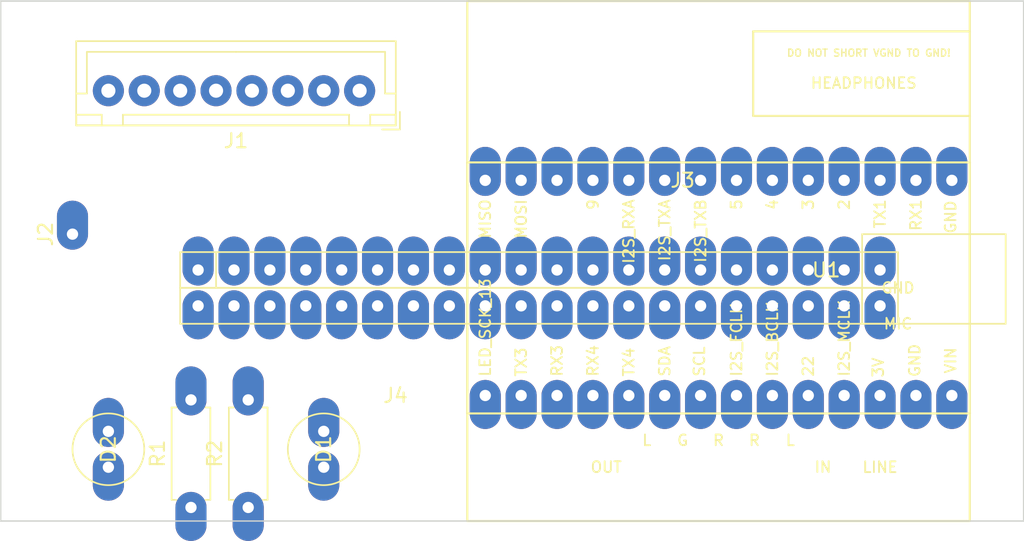
<source format=kicad_pcb>
(kicad_pcb (version 20171130) (host pcbnew "(5.1.6)-1")

  (general
    (thickness 1.6)
    (drawings 4)
    (tracks 0)
    (zones 0)
    (modules 9)
    (nets 55)
  )

  (page A4)
  (layers
    (0 F.Cu signal)
    (31 B.Cu signal)
    (32 B.Adhes user)
    (33 F.Adhes user)
    (34 B.Paste user)
    (35 F.Paste user)
    (36 B.SilkS user)
    (37 F.SilkS user)
    (38 B.Mask user)
    (39 F.Mask user)
    (40 Dwgs.User user)
    (41 Cmts.User user)
    (42 Eco1.User user)
    (43 Eco2.User user)
    (44 Edge.Cuts user)
    (45 Margin user)
    (46 B.CrtYd user)
    (47 F.CrtYd user)
    (48 B.Fab user)
    (49 F.Fab user)
  )

  (setup
    (last_trace_width 0.25)
    (user_trace_width 0.3)
    (user_trace_width 1)
    (user_trace_width 1.1)
    (user_trace_width 1.27)
    (user_trace_width 1.5)
    (user_trace_width 2.2)
    (trace_clearance 0.2)
    (zone_clearance 0.508)
    (zone_45_only no)
    (trace_min 0.2)
    (via_size 0.8)
    (via_drill 0.4)
    (via_min_size 0.4)
    (via_min_drill 0.3)
    (user_via 2.2 0.8)
    (uvia_size 0.3)
    (uvia_drill 0.1)
    (uvias_allowed no)
    (uvia_min_size 0.2)
    (uvia_min_drill 0.1)
    (edge_width 0.1)
    (segment_width 0.2)
    (pcb_text_width 0.3)
    (pcb_text_size 1.5 1.5)
    (mod_edge_width 0.15)
    (mod_text_size 1 1)
    (mod_text_width 0.15)
    (pad_size 1.524 1.524)
    (pad_drill 0.762)
    (pad_to_mask_clearance 0)
    (aux_axis_origin 0 0)
    (visible_elements FFFFFF7F)
    (pcbplotparams
      (layerselection 0x010fc_ffffffff)
      (usegerberextensions false)
      (usegerberattributes true)
      (usegerberadvancedattributes true)
      (creategerberjobfile true)
      (excludeedgelayer true)
      (linewidth 0.100000)
      (plotframeref false)
      (viasonmask false)
      (mode 1)
      (useauxorigin false)
      (hpglpennumber 1)
      (hpglpenspeed 20)
      (hpglpendiameter 15.000000)
      (psnegative false)
      (psa4output false)
      (plotreference true)
      (plotvalue true)
      (plotinvisibletext false)
      (padsonsilk false)
      (subtractmaskfromsilk false)
      (outputformat 1)
      (mirror false)
      (drillshape 1)
      (scaleselection 1)
      (outputdirectory ""))
  )

  (net 0 "")
  (net 1 GND)
  (net 2 "Net-(D1-Pad2)")
  (net 3 "Net-(D2-Pad2)")
  (net 4 RPI_SCLK)
  (net 5 RPI_MISO)
  (net 6 RPI_MOSI)
  (net 7 RPI_CD)
  (net 8 RPI_TOUCH_CS)
  (net 9 RPI_LED_CS)
  (net 10 +5V)
  (net 11 RPI_RUN)
  (net 12 "Net-(J3-Pad2)")
  (net 13 I2S_FCLK)
  (net 14 "Net-(J3-Pad4)")
  (net 15 "Net-(J3-Pad5)")
  (net 16 "Net-(J3-Pad6)")
  (net 17 "Net-(J3-Pad7)")
  (net 18 "Net-(J3-Pad12)")
  (net 19 "Net-(J3-Pad13)")
  (net 20 "Net-(J3-Pad14)")
  (net 21 I2S_MCLK)
  (net 22 SCL)
  (net 23 SDA)
  (net 24 +3V3)
  (net 25 I2S_TX)
  (net 26 I2S_RX)
  (net 27 RPI_READY)
  (net 28 RPI_I2S_TX_ACTIVE)
  (net 29 "Net-(J4-Pad14)")
  (net 30 RPI_I2S_RX_ACTIVE)
  (net 31 "Net-(J4-Pad9)")
  (net 32 "Net-(J4-Pad8)")
  (net 33 I2S_BCLK)
  (net 34 RPI_RX)
  (net 35 RPI_TX)
  (net 36 "Net-(U1-Pad1)")
  (net 37 "Net-(U1-Pad2)")
  (net 38 "Net-(U1-Pad3)")
  (net 39 "Net-(U1-Pad4)")
  (net 40 "Net-(U1-Pad5)")
  (net 41 "Net-(U1-Pad6)")
  (net 42 "Net-(U1-Pad7)")
  (net 43 "Net-(U1-Pad8)")
  (net 44 "Net-(U1-Pad11)")
  (net 45 "Net-(U1-Pad12)")
  (net 46 "Net-(U1-Pad13)")
  (net 47 "Net-(U1-Pad14)")
  (net 48 "Net-(U1-Pad15)")
  (net 49 "Net-(U1-Pad16)")
  (net 50 "Net-(U1-Pad17)")
  (net 51 "Net-(U1-Pad18)")
  (net 52 "Net-(U1-Pad19)")
  (net 53 "Net-(U1-Pad24)")
  (net 54 "Net-(U1-Pad28)")

  (net_class Default "This is the default net class."
    (clearance 0.2)
    (trace_width 0.25)
    (via_dia 0.8)
    (via_drill 0.4)
    (uvia_dia 0.3)
    (uvia_drill 0.1)
    (add_net +3V3)
    (add_net +5V)
    (add_net GND)
    (add_net I2S_BCLK)
    (add_net I2S_FCLK)
    (add_net I2S_MCLK)
    (add_net I2S_RX)
    (add_net I2S_TX)
    (add_net "Net-(D1-Pad2)")
    (add_net "Net-(D2-Pad2)")
    (add_net "Net-(J3-Pad12)")
    (add_net "Net-(J3-Pad13)")
    (add_net "Net-(J3-Pad14)")
    (add_net "Net-(J3-Pad2)")
    (add_net "Net-(J3-Pad4)")
    (add_net "Net-(J3-Pad5)")
    (add_net "Net-(J3-Pad6)")
    (add_net "Net-(J3-Pad7)")
    (add_net "Net-(J4-Pad14)")
    (add_net "Net-(J4-Pad8)")
    (add_net "Net-(J4-Pad9)")
    (add_net "Net-(U1-Pad1)")
    (add_net "Net-(U1-Pad11)")
    (add_net "Net-(U1-Pad12)")
    (add_net "Net-(U1-Pad13)")
    (add_net "Net-(U1-Pad14)")
    (add_net "Net-(U1-Pad15)")
    (add_net "Net-(U1-Pad16)")
    (add_net "Net-(U1-Pad17)")
    (add_net "Net-(U1-Pad18)")
    (add_net "Net-(U1-Pad19)")
    (add_net "Net-(U1-Pad2)")
    (add_net "Net-(U1-Pad24)")
    (add_net "Net-(U1-Pad28)")
    (add_net "Net-(U1-Pad3)")
    (add_net "Net-(U1-Pad4)")
    (add_net "Net-(U1-Pad5)")
    (add_net "Net-(U1-Pad6)")
    (add_net "Net-(U1-Pad7)")
    (add_net "Net-(U1-Pad8)")
    (add_net RPI_CD)
    (add_net RPI_I2S_RX_ACTIVE)
    (add_net RPI_I2S_TX_ACTIVE)
    (add_net RPI_LED_CS)
    (add_net RPI_MISO)
    (add_net RPI_MOSI)
    (add_net RPI_READY)
    (add_net RPI_RUN)
    (add_net RPI_RX)
    (add_net RPI_SCLK)
    (add_net RPI_TOUCH_CS)
    (add_net RPI_TX)
    (add_net SCL)
    (add_net SDA)
  )

  (module 0_my_footprints2:led_yellow (layer F.Cu) (tedit 663A8198) (tstamp 664E09A9)
    (at 95.25 92.71 90)
    (descr "led with bigger pads")
    (path /6647603F)
    (fp_text reference D1 (at 1.27 0 90) (layer F.SilkS)
      (effects (font (size 1 1) (thickness 0.15)))
    )
    (fp_text value yellow (at 1.27 -3.81 90) (layer F.Fab)
      (effects (font (size 1 1) (thickness 0.15)))
    )
    (fp_circle (center 1.27 0) (end 1.27 -2.54) (layer F.SilkS) (width 0.12))
    (pad 1 thru_hole oval (at 0 0 90) (size 3.47 2.2) (drill 0.8 (offset -0.635 0)) (layers *.Cu *.Mask)
      (net 1 GND))
    (pad 2 thru_hole oval (at 2.54 0 90) (size 3.47 2.2) (drill 0.8 (offset 0.635 0)) (layers *.Cu *.Mask)
      (net 2 "Net-(D1-Pad2)"))
    (model C:/src/kiCad/libraries/my_3d_files/led_yellow.step
      (at (xyz 0 0 0))
      (scale (xyz 1 1 1))
      (rotate (xyz 0 0 0))
    )
  )

  (module 0_my_footprints2:led_yellow (layer F.Cu) (tedit 663A8198) (tstamp 664E09B0)
    (at 80.01 90.17 270)
    (descr "led with bigger pads")
    (path /66485268)
    (fp_text reference D2 (at 1.27 0 90) (layer F.SilkS)
      (effects (font (size 1 1) (thickness 0.15)))
    )
    (fp_text value yellow (at 1.27 -3.81 90) (layer F.Fab)
      (effects (font (size 1 1) (thickness 0.15)))
    )
    (fp_circle (center 1.27 0) (end 1.27 -2.54) (layer F.SilkS) (width 0.12))
    (pad 2 thru_hole oval (at 2.54 0 270) (size 3.47 2.2) (drill 0.8 (offset 0.635 0)) (layers *.Cu *.Mask)
      (net 3 "Net-(D2-Pad2)"))
    (pad 1 thru_hole oval (at 0 0 270) (size 3.47 2.2) (drill 0.8 (offset -0.635 0)) (layers *.Cu *.Mask)
      (net 1 GND))
    (model C:/src/kiCad/libraries/my_3d_files/led_yellow.step
      (at (xyz 0 0 0))
      (scale (xyz 1 1 1))
      (rotate (xyz 0 0 0))
    )
  )

  (module 0_my_footprints:myJSTx08 (layer F.Cu) (tedit 63C19EB8) (tstamp 664E09DF)
    (at 97.79 66.04 180)
    (descr "JST XH series connector, B8B-XH-A (http://www.jst-mfg.com/product/pdf/eng/eXH.pdf), generated with kicad-footprint-generator")
    (tags "connector JST XH vertical")
    (path /665749E8)
    (fp_text reference J1 (at 8.75 -3.55) (layer F.SilkS)
      (effects (font (size 1 1) (thickness 0.15)))
    )
    (fp_text value display (at 8.75 4.6) (layer F.Fab)
      (effects (font (size 1 1) (thickness 0.15)))
    )
    (fp_line (start -2.85 -2.75) (end -2.85 -1.5) (layer F.SilkS) (width 0.12))
    (fp_line (start -1.6 -2.75) (end -2.85 -2.75) (layer F.SilkS) (width 0.12))
    (fp_line (start 19.3 2.75) (end 8.75 2.75) (layer F.SilkS) (width 0.12))
    (fp_line (start 19.3 -0.2) (end 19.3 2.75) (layer F.SilkS) (width 0.12))
    (fp_line (start 20.05 -0.2) (end 19.3 -0.2) (layer F.SilkS) (width 0.12))
    (fp_line (start -1.8 2.75) (end 8.75 2.75) (layer F.SilkS) (width 0.12))
    (fp_line (start -1.8 -0.2) (end -1.8 2.75) (layer F.SilkS) (width 0.12))
    (fp_line (start -2.55 -0.2) (end -1.8 -0.2) (layer F.SilkS) (width 0.12))
    (fp_line (start 20.05 -2.45) (end 18.25 -2.45) (layer F.SilkS) (width 0.12))
    (fp_line (start 20.05 -1.7) (end 20.05 -2.45) (layer F.SilkS) (width 0.12))
    (fp_line (start 18.25 -1.7) (end 20.05 -1.7) (layer F.SilkS) (width 0.12))
    (fp_line (start 18.25 -2.45) (end 18.25 -1.7) (layer F.SilkS) (width 0.12))
    (fp_line (start -0.75 -2.45) (end -2.55 -2.45) (layer F.SilkS) (width 0.12))
    (fp_line (start -0.75 -1.7) (end -0.75 -2.45) (layer F.SilkS) (width 0.12))
    (fp_line (start -2.55 -1.7) (end -0.75 -1.7) (layer F.SilkS) (width 0.12))
    (fp_line (start -2.55 -2.45) (end -2.55 -1.7) (layer F.SilkS) (width 0.12))
    (fp_line (start 16.75 -2.45) (end 0.75 -2.45) (layer F.SilkS) (width 0.12))
    (fp_line (start 16.75 -1.7) (end 16.75 -2.45) (layer F.SilkS) (width 0.12))
    (fp_line (start 0.75 -1.7) (end 16.75 -1.7) (layer F.SilkS) (width 0.12))
    (fp_line (start 0.75 -2.45) (end 0.75 -1.7) (layer F.SilkS) (width 0.12))
    (fp_line (start 0 -1.35) (end 0.625 -2.35) (layer F.Fab) (width 0.1))
    (fp_line (start -0.625 -2.35) (end 0 -1.35) (layer F.Fab) (width 0.1))
    (fp_line (start 20.45 -2.85) (end -2.95 -2.85) (layer F.CrtYd) (width 0.05))
    (fp_line (start 20.45 3.9) (end 20.45 -2.85) (layer F.CrtYd) (width 0.05))
    (fp_line (start -2.95 3.9) (end 20.45 3.9) (layer F.CrtYd) (width 0.05))
    (fp_line (start -2.95 -2.85) (end -2.95 3.9) (layer F.CrtYd) (width 0.05))
    (fp_line (start 20.06 -2.46) (end -2.56 -2.46) (layer F.SilkS) (width 0.12))
    (fp_line (start 20.06 3.51) (end 20.06 -2.46) (layer F.SilkS) (width 0.12))
    (fp_line (start -2.56 3.51) (end 20.06 3.51) (layer F.SilkS) (width 0.12))
    (fp_line (start -2.56 -2.46) (end -2.56 3.51) (layer F.SilkS) (width 0.12))
    (fp_line (start 19.95 -2.35) (end -2.45 -2.35) (layer F.Fab) (width 0.1))
    (fp_line (start 19.95 3.4) (end 19.95 -2.35) (layer F.Fab) (width 0.1))
    (fp_line (start -2.45 3.4) (end 19.95 3.4) (layer F.Fab) (width 0.1))
    (fp_line (start -2.45 -2.35) (end -2.45 3.4) (layer F.Fab) (width 0.1))
    (fp_text user %R (at 8.75 2.7) (layer F.Fab)
      (effects (font (size 1 1) (thickness 0.15)))
    )
    (pad 1 thru_hole circle (at 0 0 180) (size 2.2 2.2) (drill 1) (layers *.Cu *.Mask)
      (net 1 GND))
    (pad 2 thru_hole circle (at 2.54 0 180) (size 2.2 2.2) (drill 1) (layers *.Cu *.Mask)
      (net 4 RPI_SCLK))
    (pad 3 thru_hole circle (at 5.08 0 180) (size 2.2 2.2) (drill 1) (layers *.Cu *.Mask)
      (net 5 RPI_MISO))
    (pad 4 thru_hole circle (at 7.62 0 180) (size 2.2 2.2) (drill 1) (layers *.Cu *.Mask)
      (net 6 RPI_MOSI))
    (pad 5 thru_hole circle (at 10.16 0 180) (size 2.2 2.2) (drill 1) (layers *.Cu *.Mask)
      (net 7 RPI_CD))
    (pad 6 thru_hole circle (at 12.7 0 180) (size 2.2 2.2) (drill 1) (layers *.Cu *.Mask)
      (net 8 RPI_TOUCH_CS))
    (pad 7 thru_hole circle (at 15.24 0 180) (size 2.2 2.2) (drill 1) (layers *.Cu *.Mask)
      (net 9 RPI_LED_CS))
    (pad 8 thru_hole circle (at 17.78 0 180) (size 2.2 2.2) (drill 1) (layers *.Cu *.Mask)
      (net 10 +5V))
    (model ${KISYS3DMOD}/Connector_JST.3dshapes/JST_XH_B8B-XH-A_1x08_P2.50mm_Vertical.wrl
      (at (xyz 0 0 0))
      (scale (xyz 1 1 1))
      (rotate (xyz 0 0 0))
    )
  )

  (module 0_my_footprints2:Oval1Pin (layer F.Cu) (tedit 663655BA) (tstamp 664E09E4)
    (at 77.47 76.2 90)
    (path /66503904)
    (fp_text reference J2 (at 0 -1.905 90) (layer F.SilkS)
      (effects (font (size 1 1) (thickness 0.15)))
    )
    (fp_text value RPI_RUN (at 0 1.905 90) (layer F.Fab)
      (effects (font (size 1 1) (thickness 0.15)))
    )
    (pad 1 thru_hole oval (at 0 0) (size 2.2 3.47) (drill 0.8 (offset 0 -0.635)) (layers *.Cu *.Mask)
      (net 11 RPI_RUN))
  )

  (module 0_my_footprints2:pinSocket1x20_bottom (layer F.Cu) (tedit 663FCC15) (tstamp 664E0A01)
    (at 86.36 78.74)
    (descr "bottom pinSocket with bigger pads")
    (path /66525118)
    (fp_text reference J3 (at 34.29 -6.35) (layer F.SilkS)
      (effects (font (size 1 1) (thickness 0.15)))
    )
    (fp_text value rpiB (at 21.59 -6.35 180) (layer F.Fab)
      (effects (font (size 1 1) (thickness 0.15)))
    )
    (fp_line (start 1.27 -1.27) (end 1.27 1.27) (layer F.SilkS) (width 0.12))
    (fp_line (start -1.27 -1.27) (end -1.27 1.27) (layer F.SilkS) (width 0.12))
    (fp_line (start 49.53 -1.27) (end -1.27 -1.27) (layer F.SilkS) (width 0.12))
    (fp_line (start 49.53 1.27) (end 49.53 -1.27) (layer F.SilkS) (width 0.12))
    (fp_line (start -1.27 1.27) (end 49.53 1.27) (layer F.SilkS) (width 0.12))
    (pad 1 thru_hole oval (at 0 0) (size 2.2 3.47) (drill 0.8 (offset 0 -0.635)) (layers *.Cu *.Mask)
      (net 1 GND))
    (pad 2 thru_hole oval (at 2.54 0) (size 2.2 3.47) (drill 0.8 (offset 0 -0.635)) (layers *.Cu *.Mask)
      (net 12 "Net-(J3-Pad2)"))
    (pad 3 thru_hole oval (at 5.08 0) (size 2.2 3.47) (drill 0.8 (offset 0 -0.635)) (layers *.Cu *.Mask)
      (net 13 I2S_FCLK))
    (pad 4 thru_hole oval (at 7.62 0) (size 2.2 3.47) (drill 0.8 (offset 0 -0.635)) (layers *.Cu *.Mask)
      (net 14 "Net-(J3-Pad4)"))
    (pad 5 thru_hole oval (at 10.16 0) (size 2.2 3.47) (drill 0.8 (offset 0 -0.635)) (layers *.Cu *.Mask)
      (net 15 "Net-(J3-Pad5)"))
    (pad 6 thru_hole oval (at 12.7 0) (size 2.2 3.47) (drill 0.8 (offset 0 -0.635)) (layers *.Cu *.Mask)
      (net 16 "Net-(J3-Pad6)"))
    (pad 7 thru_hole oval (at 15.24 0) (size 2.2 3.47) (drill 0.8 (offset 0 -0.635)) (layers *.Cu *.Mask)
      (net 17 "Net-(J3-Pad7)"))
    (pad 8 thru_hole oval (at 17.78 0) (size 2.2 3.47) (drill 0.8 (offset 0 -0.635)) (layers *.Cu *.Mask)
      (net 1 GND))
    (pad 9 thru_hole oval (at 20.32 0) (size 2.2 3.47) (drill 0.8 (offset 0 -0.635)) (layers *.Cu *.Mask)
      (net 4 RPI_SCLK))
    (pad 10 thru_hole oval (at 22.86 0) (size 2.2 3.47) (drill 0.8 (offset 0 -0.635)) (layers *.Cu *.Mask)
      (net 5 RPI_MISO))
    (pad 11 thru_hole oval (at 25.4 0) (size 2.2 3.47) (drill 0.8 (offset 0 -0.635)) (layers *.Cu *.Mask)
      (net 6 RPI_MOSI))
    (pad 12 thru_hole oval (at 27.94 0) (size 2.2 3.47) (drill 0.8 (offset 0 -0.635)) (layers *.Cu *.Mask)
      (net 18 "Net-(J3-Pad12)"))
    (pad 13 thru_hole oval (at 30.48 0) (size 2.2 3.47) (drill 0.8 (offset 0 -0.635)) (layers *.Cu *.Mask)
      (net 19 "Net-(J3-Pad13)"))
    (pad 14 thru_hole oval (at 33.02 0) (size 2.2 3.47) (drill 0.8 (offset 0 -0.635)) (layers *.Cu *.Mask)
      (net 20 "Net-(J3-Pad14)"))
    (pad 15 thru_hole oval (at 35.56 0) (size 2.2 3.47) (drill 0.8 (offset 0 -0.635)) (layers *.Cu *.Mask)
      (net 7 RPI_CD))
    (pad 16 thru_hole oval (at 38.1 0) (size 2.2 3.47) (drill 0.8 (offset 0 -0.635)) (layers *.Cu *.Mask)
      (net 1 GND))
    (pad 17 thru_hole oval (at 40.64 0) (size 2.2 3.47) (drill 0.8 (offset 0 -0.635)) (layers *.Cu *.Mask)
      (net 21 I2S_MCLK))
    (pad 18 thru_hole oval (at 43.18 0) (size 2.2 3.47) (drill 0.8 (offset 0 -0.635)) (layers *.Cu *.Mask)
      (net 22 SCL))
    (pad 19 thru_hole oval (at 45.72 0) (size 2.2 3.47) (drill 0.8 (offset 0 -0.635)) (layers *.Cu *.Mask)
      (net 23 SDA))
    (pad 20 thru_hole oval (at 48.26 0) (size 2.2 3.47) (drill 0.8 (offset 0 -0.635)) (layers *.Cu *.Mask)
      (net 24 +3V3))
    (model C:/src/kiCad/libraries/my_3d_files/pinSockets/myPinSocket_1x20.step
      (offset (xyz 0 0 -1.6))
      (scale (xyz 1 1 1))
      (rotate (xyz 0 180 -90))
    )
  )

  (module 0_my_footprints2:pinSocket1x20_bottom (layer F.Cu) (tedit 663FCC15) (tstamp 664E0A1E)
    (at 134.62 81.28 180)
    (descr "bottom pinSocket with bigger pads")
    (path /66521D2F)
    (fp_text reference J4 (at 34.29 -6.35) (layer F.SilkS)
      (effects (font (size 1 1) (thickness 0.15)))
    )
    (fp_text value rpiA (at 21.59 -6.35 180) (layer F.Fab)
      (effects (font (size 1 1) (thickness 0.15)))
    )
    (fp_line (start -1.27 1.27) (end 49.53 1.27) (layer F.SilkS) (width 0.12))
    (fp_line (start 49.53 1.27) (end 49.53 -1.27) (layer F.SilkS) (width 0.12))
    (fp_line (start 49.53 -1.27) (end -1.27 -1.27) (layer F.SilkS) (width 0.12))
    (fp_line (start -1.27 -1.27) (end -1.27 1.27) (layer F.SilkS) (width 0.12))
    (fp_line (start 1.27 -1.27) (end 1.27 1.27) (layer F.SilkS) (width 0.12))
    (pad 20 thru_hole oval (at 48.26 0 180) (size 2.2 3.47) (drill 0.8 (offset 0 -0.635)) (layers *.Cu *.Mask)
      (net 25 I2S_TX))
    (pad 19 thru_hole oval (at 45.72 0 180) (size 2.2 3.47) (drill 0.8 (offset 0 -0.635)) (layers *.Cu *.Mask)
      (net 26 I2S_RX))
    (pad 18 thru_hole oval (at 43.18 0 180) (size 2.2 3.47) (drill 0.8 (offset 0 -0.635)) (layers *.Cu *.Mask)
      (net 27 RPI_READY))
    (pad 17 thru_hole oval (at 40.64 0 180) (size 2.2 3.47) (drill 0.8 (offset 0 -0.635)) (layers *.Cu *.Mask)
      (net 1 GND))
    (pad 16 thru_hole oval (at 38.1 0 180) (size 2.2 3.47) (drill 0.8 (offset 0 -0.635)) (layers *.Cu *.Mask)
      (net 28 RPI_I2S_TX_ACTIVE))
    (pad 15 thru_hole oval (at 35.56 0 180) (size 2.2 3.47) (drill 0.8 (offset 0 -0.635)) (layers *.Cu *.Mask)
      (net 1 GND))
    (pad 14 thru_hole oval (at 33.02 0 180) (size 2.2 3.47) (drill 0.8 (offset 0 -0.635)) (layers *.Cu *.Mask)
      (net 29 "Net-(J4-Pad14)"))
    (pad 13 thru_hole oval (at 30.48 0 180) (size 2.2 3.47) (drill 0.8 (offset 0 -0.635)) (layers *.Cu *.Mask)
      (net 8 RPI_TOUCH_CS))
    (pad 12 thru_hole oval (at 27.94 0 180) (size 2.2 3.47) (drill 0.8 (offset 0 -0.635)) (layers *.Cu *.Mask)
      (net 9 RPI_LED_CS))
    (pad 11 thru_hole oval (at 25.4 0 180) (size 2.2 3.47) (drill 0.8 (offset 0 -0.635)) (layers *.Cu *.Mask)
      (net 30 RPI_I2S_RX_ACTIVE))
    (pad 10 thru_hole oval (at 22.86 0 180) (size 2.2 3.47) (drill 0.8 (offset 0 -0.635)) (layers *.Cu *.Mask)
      (net 1 GND))
    (pad 9 thru_hole oval (at 20.32 0 180) (size 2.2 3.47) (drill 0.8 (offset 0 -0.635)) (layers *.Cu *.Mask)
      (net 31 "Net-(J4-Pad9)"))
    (pad 8 thru_hole oval (at 17.78 0 180) (size 2.2 3.47) (drill 0.8 (offset 0 -0.635)) (layers *.Cu *.Mask)
      (net 32 "Net-(J4-Pad8)"))
    (pad 7 thru_hole oval (at 15.24 0 180) (size 2.2 3.47) (drill 0.8 (offset 0 -0.635)) (layers *.Cu *.Mask)
      (net 1 GND))
    (pad 6 thru_hole oval (at 12.7 0 180) (size 2.2 3.47) (drill 0.8 (offset 0 -0.635)) (layers *.Cu *.Mask)
      (net 33 I2S_BCLK))
    (pad 5 thru_hole oval (at 10.16 0 180) (size 2.2 3.47) (drill 0.8 (offset 0 -0.635)) (layers *.Cu *.Mask)
      (net 34 RPI_RX))
    (pad 4 thru_hole oval (at 7.62 0 180) (size 2.2 3.47) (drill 0.8 (offset 0 -0.635)) (layers *.Cu *.Mask)
      (net 35 RPI_TX))
    (pad 3 thru_hole oval (at 5.08 0 180) (size 2.2 3.47) (drill 0.8 (offset 0 -0.635)) (layers *.Cu *.Mask)
      (net 1 GND))
    (pad 2 thru_hole oval (at 2.54 0 180) (size 2.2 3.47) (drill 0.8 (offset 0 -0.635)) (layers *.Cu *.Mask)
      (net 10 +5V))
    (pad 1 thru_hole oval (at 0 0 180) (size 2.2 3.47) (drill 0.8 (offset 0 -0.635)) (layers *.Cu *.Mask)
      (net 10 +5V))
    (model C:/src/kiCad/libraries/my_3d_files/pinSockets/myPinSocket_1x20.step
      (offset (xyz 0 0 -1.6))
      (scale (xyz 1 1 1))
      (rotate (xyz 0 180 -90))
    )
  )

  (module 0_my_footprints2:resistor (layer F.Cu) (tedit 663A806F) (tstamp 664E0A35)
    (at 85.855001 95.56 90)
    (descr "resistor with bigger pads")
    (path /66478725)
    (fp_text reference R1 (at 3.81 -2.37 90) (layer F.SilkS)
      (effects (font (size 1 1) (thickness 0.15)))
    )
    (fp_text value 220 (at 3.81 2.37 90) (layer F.Fab)
      (effects (font (size 1 1) (thickness 0.15)))
    )
    (fp_line (start 0.66 -1.25) (end 0.66 1.25) (layer F.Fab) (width 0.1))
    (fp_line (start 0.66 1.25) (end 6.96 1.25) (layer F.Fab) (width 0.1))
    (fp_line (start 6.96 1.25) (end 6.96 -1.25) (layer F.Fab) (width 0.1))
    (fp_line (start 6.96 -1.25) (end 0.66 -1.25) (layer F.Fab) (width 0.1))
    (fp_line (start 0 0) (end 0.66 0) (layer F.Fab) (width 0.1))
    (fp_line (start 7.62 0) (end 6.96 0) (layer F.Fab) (width 0.1))
    (fp_line (start 0.54 -1.04) (end 0.54 -1.37) (layer F.SilkS) (width 0.12))
    (fp_line (start 0.54 -1.37) (end 7.08 -1.37) (layer F.SilkS) (width 0.12))
    (fp_line (start 7.08 -1.37) (end 7.08 -1.04) (layer F.SilkS) (width 0.12))
    (fp_line (start 0.54 1.04) (end 0.54 1.37) (layer F.SilkS) (width 0.12))
    (fp_line (start 0.54 1.37) (end 7.08 1.37) (layer F.SilkS) (width 0.12))
    (fp_line (start 7.08 1.37) (end 7.08 1.04) (layer F.SilkS) (width 0.12))
    (fp_line (start -1.05 -1.5) (end -1.05 1.5) (layer F.CrtYd) (width 0.05))
    (fp_line (start -1.05 1.5) (end 8.67 1.5) (layer F.CrtYd) (width 0.05))
    (fp_line (start 8.67 1.5) (end 8.67 -1.5) (layer F.CrtYd) (width 0.05))
    (fp_line (start 8.67 -1.5) (end -1.05 -1.5) (layer F.CrtYd) (width 0.05))
    (fp_text user %R (at 3.81 0 90) (layer F.Fab)
      (effects (font (size 1 1) (thickness 0.15)))
    )
    (pad 1 thru_hole oval (at 0 0 90) (size 3.47 2.2) (drill 0.8 (offset -0.635 0)) (layers *.Cu *.Mask)
      (net 2 "Net-(D1-Pad2)"))
    (pad 2 thru_hole oval (at 7.62 0 90) (size 3.47 2.2) (drill 0.8 (offset 0.635 0)) (layers *.Cu *.Mask)
      (net 28 RPI_I2S_TX_ACTIVE))
    (model ${KISYS3DMOD}/Resistor_THT.3dshapes/R_Axial_DIN0207_L6.3mm_D2.5mm_P7.62mm_Horizontal.wrl
      (at (xyz 0 0 0))
      (scale (xyz 1 1 1))
      (rotate (xyz 0 0 0))
    )
  )

  (module 0_my_footprints2:resistor (layer F.Cu) (tedit 663A806F) (tstamp 664E0A4C)
    (at 89.905001 95.56 90)
    (descr "resistor with bigger pads")
    (path /6648526E)
    (fp_text reference R2 (at 3.81 -2.37 90) (layer F.SilkS)
      (effects (font (size 1 1) (thickness 0.15)))
    )
    (fp_text value 220 (at 3.81 2.37 90) (layer F.Fab)
      (effects (font (size 1 1) (thickness 0.15)))
    )
    (fp_text user %R (at 3.81 0 90) (layer F.Fab)
      (effects (font (size 1 1) (thickness 0.15)))
    )
    (fp_line (start 8.67 -1.5) (end -1.05 -1.5) (layer F.CrtYd) (width 0.05))
    (fp_line (start 8.67 1.5) (end 8.67 -1.5) (layer F.CrtYd) (width 0.05))
    (fp_line (start -1.05 1.5) (end 8.67 1.5) (layer F.CrtYd) (width 0.05))
    (fp_line (start -1.05 -1.5) (end -1.05 1.5) (layer F.CrtYd) (width 0.05))
    (fp_line (start 7.08 1.37) (end 7.08 1.04) (layer F.SilkS) (width 0.12))
    (fp_line (start 0.54 1.37) (end 7.08 1.37) (layer F.SilkS) (width 0.12))
    (fp_line (start 0.54 1.04) (end 0.54 1.37) (layer F.SilkS) (width 0.12))
    (fp_line (start 7.08 -1.37) (end 7.08 -1.04) (layer F.SilkS) (width 0.12))
    (fp_line (start 0.54 -1.37) (end 7.08 -1.37) (layer F.SilkS) (width 0.12))
    (fp_line (start 0.54 -1.04) (end 0.54 -1.37) (layer F.SilkS) (width 0.12))
    (fp_line (start 7.62 0) (end 6.96 0) (layer F.Fab) (width 0.1))
    (fp_line (start 0 0) (end 0.66 0) (layer F.Fab) (width 0.1))
    (fp_line (start 6.96 -1.25) (end 0.66 -1.25) (layer F.Fab) (width 0.1))
    (fp_line (start 6.96 1.25) (end 6.96 -1.25) (layer F.Fab) (width 0.1))
    (fp_line (start 0.66 1.25) (end 6.96 1.25) (layer F.Fab) (width 0.1))
    (fp_line (start 0.66 -1.25) (end 0.66 1.25) (layer F.Fab) (width 0.1))
    (pad 2 thru_hole oval (at 7.62 0 90) (size 3.47 2.2) (drill 0.8 (offset 0.635 0)) (layers *.Cu *.Mask)
      (net 30 RPI_I2S_RX_ACTIVE))
    (pad 1 thru_hole oval (at 0 0 90) (size 3.47 2.2) (drill 0.8 (offset -0.635 0)) (layers *.Cu *.Mask)
      (net 3 "Net-(D2-Pad2)"))
    (model ${KISYS3DMOD}/Resistor_THT.3dshapes/R_Axial_DIN0207_L6.3mm_D2.5mm_P7.62mm_Horizontal.wrl
      (at (xyz 0 0 0))
      (scale (xyz 1 1 1))
      (rotate (xyz 0 0 0))
    )
  )

  (module 0_my_teensy:audioShieldRevD (layer F.Cu) (tedit 6640EBDE) (tstamp 664E0AA3)
    (at 139.7 72.39 180)
    (path /664E10BD)
    (fp_text reference U1 (at 8.89 -6.35) (layer F.SilkS)
      (effects (font (size 1 1) (thickness 0.15)))
    )
    (fp_text value teensyAudioRevD (at 16.51 -7.62 180) (layer F.Fab)
      (effects (font (size 1 1) (thickness 0.15)))
    )
    (fp_line (start -3.81 -3.81) (end -3.81 -10.16) (layer F.SilkS) (width 0.12))
    (fp_line (start 6.35 -3.81) (end -3.81 -3.81) (layer F.SilkS) (width 0.12))
    (fp_line (start 6.35 -10.16) (end 6.35 -3.81) (layer F.SilkS) (width 0.12))
    (fp_line (start -3.81 -10.16) (end 6.35 -10.16) (layer F.SilkS) (width 0.12))
    (fp_line (start 14.0589 10.5537) (end -1.26746 10.5537) (layer F.SilkS) (width 0.15))
    (fp_line (start 14.0589 4.56438) (end 14.0589 10.5537) (layer F.SilkS) (width 0.15))
    (fp_line (start -1.26746 4.56438) (end 14.0589 4.56438) (layer F.SilkS) (width 0.15))
    (fp_line (start -1.27 12.7) (end -1.27 -24.13) (layer F.SilkS) (width 0.15))
    (fp_line (start 34.29 12.7) (end -1.27 12.7) (layer F.SilkS) (width 0.15))
    (fp_line (start 34.29 -24.13) (end 34.29 12.7) (layer F.SilkS) (width 0.15))
    (fp_line (start -1.27 -24.13) (end 34.29 -24.13) (layer F.SilkS) (width 0.15))
    (fp_line (start -1.27 -16.51) (end -1.27 1.27) (layer F.SilkS) (width 0.15))
    (fp_line (start 34.29 -16.51) (end -1.27 -16.51) (layer F.SilkS) (width 0.15))
    (fp_line (start 34.29 1.27) (end 34.29 -16.51) (layer F.SilkS) (width 0.15))
    (fp_line (start -1.27 1.27) (end 34.29 1.27) (layer F.SilkS) (width 0.15))
    (fp_text user L (at 21.59 -18.415) (layer F.SilkS)
      (effects (font (size 0.762 0.762) (thickness 0.127)))
    )
    (fp_text user G (at 19.05 -18.415) (layer F.SilkS)
      (effects (font (size 0.762 0.762) (thickness 0.127)))
    )
    (fp_text user R (at 16.51 -18.415) (layer F.SilkS)
      (effects (font (size 0.762 0.762) (thickness 0.127)))
    )
    (fp_text user R (at 13.97 -18.415) (layer F.SilkS)
      (effects (font (size 0.762 0.762) (thickness 0.127)))
    )
    (fp_text user L (at 11.43 -18.415) (layer F.SilkS)
      (effects (font (size 0.762 0.762) (thickness 0.127)))
    )
    (fp_text user OUT (at 24.4602 -20.31238) (layer F.SilkS)
      (effects (font (size 0.762 0.762) (thickness 0.127)))
    )
    (fp_text user IN (at 9.1186 -20.30984) (layer F.SilkS)
      (effects (font (size 0.762 0.762) (thickness 0.127)))
    )
    (fp_text user GND (at 0.08636 -2.594852 90) (layer F.SilkS)
      (effects (font (size 0.762 0.762) (thickness 0.127)))
    )
    (fp_text user MIC (at 3.81 -10.16) (layer F.SilkS)
      (effects (font (size 0.762 0.762) (thickness 0.127)))
    )
    (fp_text user GND (at 3.81 -7.62) (layer F.SilkS)
      (effects (font (size 0.762 0.762) (thickness 0.127)))
    )
    (fp_text user 3V (at 5.20954 -13.254808 90) (layer F.SilkS)
      (effects (font (size 0.762 0.762) (thickness 0.127)))
    )
    (fp_text user I2S_FCLK (at 15.24 -13.97 90) (layer F.SilkS)
      (effects (font (size 0.762 0.762) (thickness 0.127)) (justify left))
    )
    (fp_text user I2S_BCLK (at 12.7 -13.97 90) (layer F.SilkS)
      (effects (font (size 0.762 0.762) (thickness 0.127)) (justify left))
    )
    (fp_text user SCL (at 17.86636 -13.97 90) (layer F.SilkS)
      (effects (font (size 0.762 0.762) (thickness 0.127)) (justify left))
    )
    (fp_text user SDA (at 20.32 -13.97 90) (layer F.SilkS)
      (effects (font (size 0.762 0.762) (thickness 0.127)) (justify left))
    )
    (fp_text user I2S_TXA (at 20.32 -1.27 90) (layer F.SilkS)
      (effects (font (size 0.762 0.762) (thickness 0.127)) (justify right))
    )
    (fp_text user I2S_RXA (at 22.86 -1.27 90) (layer F.SilkS)
      (effects (font (size 0.762 0.762) (thickness 0.127)) (justify right))
    )
    (fp_text user SDCS (at 27.94 -1.27 90) (layer Margin)
      (effects (font (size 0.762 0.762) (thickness 0.127)) (justify right))
    )
    (fp_text user HEADPHONES (at 6.23316 6.88594) (layer F.SilkS)
      (effects (font (size 0.762 0.762) (thickness 0.127)))
    )
    (fp_text user "DO NOT SHORT VGND TO GND!" (at 5.87756 9.02208) (layer F.SilkS)
      (effects (font (size 0.508 0.508) (thickness 0.1016)))
    )
    (fp_text user LINE (at 5.08 -20.32) (layer F.SilkS)
      (effects (font (size 0.762 0.762) (thickness 0.127)))
    )
    (fp_text user I2S_MCLK (at 7.62 -13.97 90) (layer F.SilkS)
      (effects (font (size 0.762 0.762) (thickness 0.127)) (justify left))
    )
    (fp_text user GND (at 2.62636 -12.754852 90) (layer F.SilkS)
      (effects (font (size 0.762 0.762) (thickness 0.127)))
    )
    (fp_text user VIN (at 0.08636 -12.754852 90) (layer F.SilkS)
      (effects (font (size 0.762 0.762) (thickness 0.127)))
    )
    (fp_text user I2S_TXB (at 17.78 -1.27 90) (layer F.SilkS)
      (effects (font (size 0.762 0.762) (thickness 0.127)) (justify right))
    )
    (fp_text user TX4 (at 22.86 -13.97 90) (layer F.SilkS)
      (effects (font (size 0.762 0.762) (thickness 0.127)) (justify left))
    )
    (fp_text user RX4 (at 25.4 -13.97 90) (layer F.SilkS)
      (effects (font (size 0.762 0.762) (thickness 0.127)) (justify left))
    )
    (fp_text user RX3 (at 27.94 -13.97 90) (layer F.SilkS)
      (effects (font (size 0.762 0.762) (thickness 0.127)) (justify left))
    )
    (fp_text user TX3 (at 30.48 -13.97 90) (layer F.SilkS)
      (effects (font (size 0.762 0.762) (thickness 0.127)) (justify left))
    )
    (fp_text user LED_SCK_13 (at 33.02 -13.97 90) (layer F.SilkS)
      (effects (font (size 0.762 0.762) (thickness 0.127)) (justify left))
    )
    (fp_text user MISO (at 33.02 -1.27 90) (layer F.SilkS)
      (effects (font (size 0.762 0.762) (thickness 0.127)) (justify right))
    )
    (fp_text user MOSI (at 30.48 -1.27 90) (layer F.SilkS)
      (effects (font (size 0.762 0.762) (thickness 0.127)) (justify right))
    )
    (fp_text user RX1 (at 2.54 -1.27 90) (layer F.SilkS)
      (effects (font (size 0.762 0.762) (thickness 0.127)) (justify right))
    )
    (fp_text user TX1 (at 5.08 -1.27 90) (layer F.SilkS)
      (effects (font (size 0.762 0.762) (thickness 0.127)) (justify right))
    )
    (fp_text user 2 (at 7.62 -1.27 90) (layer F.SilkS)
      (effects (font (size 0.762 0.762) (thickness 0.127)) (justify right))
    )
    (fp_text user 3 (at 10.16 -1.27 90) (layer F.SilkS)
      (effects (font (size 0.762 0.762) (thickness 0.127)) (justify right))
    )
    (fp_text user 4 (at 12.7 -1.27 90) (layer F.SilkS)
      (effects (font (size 0.762 0.762) (thickness 0.127)) (justify right))
    )
    (fp_text user 5 (at 15.24 -1.27 90) (layer F.SilkS)
      (effects (font (size 0.762 0.762) (thickness 0.127)) (justify right))
    )
    (fp_text user 9 (at 25.4 -1.27 90) (layer F.SilkS)
      (effects (font (size 0.762 0.762) (thickness 0.127)) (justify right))
    )
    (fp_text user 22 (at 10.16 -13.97 90) (layer F.SilkS)
      (effects (font (size 0.762 0.762) (thickness 0.127)) (justify left))
    )
    (pad 1 thru_hole oval (at 0 0 180) (size 2.2 3.47) (drill 0.8 (offset 0 0.635)) (layers *.Cu *.Mask)
      (net 36 "Net-(U1-Pad1)"))
    (pad 2 thru_hole oval (at 2.54 0 180) (size 2.2 3.47) (drill 0.8 (offset 0 0.635)) (layers *.Cu *.Mask)
      (net 37 "Net-(U1-Pad2)"))
    (pad 3 thru_hole oval (at 5.08 0 180) (size 2.2 3.47) (drill 0.8 (offset 0 0.635)) (layers *.Cu *.Mask)
      (net 38 "Net-(U1-Pad3)"))
    (pad 4 thru_hole oval (at 7.62 0 180) (size 2.2 3.47) (drill 0.8 (offset 0 0.635)) (layers *.Cu *.Mask)
      (net 39 "Net-(U1-Pad4)"))
    (pad 5 thru_hole oval (at 10.16 0 180) (size 2.2 3.47) (drill 0.8 (offset 0 0.635)) (layers *.Cu *.Mask)
      (net 40 "Net-(U1-Pad5)"))
    (pad 6 thru_hole oval (at 12.7 0 180) (size 2.2 3.47) (drill 0.8 (offset 0 0.635)) (layers *.Cu *.Mask)
      (net 41 "Net-(U1-Pad6)"))
    (pad 7 thru_hole oval (at 15.24 0 180) (size 2.2 3.47) (drill 0.8 (offset 0 0.635)) (layers *.Cu *.Mask)
      (net 42 "Net-(U1-Pad7)"))
    (pad 8 thru_hole oval (at 17.78 0 180) (size 2.2 3.47) (drill 0.8 (offset 0 0.635)) (layers *.Cu *.Mask)
      (net 43 "Net-(U1-Pad8)"))
    (pad 9 thru_hole oval (at 20.32 0 180) (size 2.2 3.47) (drill 0.8 (offset 0 0.635)) (layers *.Cu *.Mask)
      (net 26 I2S_RX))
    (pad 10 thru_hole oval (at 22.86 0 180) (size 2.2 3.47) (drill 0.8 (offset 0 0.635)) (layers *.Cu *.Mask)
      (net 25 I2S_TX))
    (pad 11 thru_hole oval (at 25.4 0 180) (size 2.2 3.47) (drill 0.8 (offset 0 0.635)) (layers *.Cu *.Mask)
      (net 44 "Net-(U1-Pad11)"))
    (pad 12 thru_hole oval (at 27.94 0 180) (size 2.2 3.47) (drill 0.8 (offset 0 0.635)) (layers *.Cu *.Mask)
      (net 45 "Net-(U1-Pad12)"))
    (pad 13 thru_hole oval (at 30.48 0 180) (size 2.2 3.47) (drill 0.8 (offset 0 0.635)) (layers *.Cu *.Mask)
      (net 46 "Net-(U1-Pad13)"))
    (pad 14 thru_hole oval (at 33.02 0 180) (size 2.2 3.47) (drill 0.8 (offset 0 0.635)) (layers *.Cu *.Mask)
      (net 47 "Net-(U1-Pad14)"))
    (pad 15 thru_hole oval (at 33.02 -15.24 180) (size 2.2 3.47) (drill 0.8 (offset 0 -0.635)) (layers *.Cu *.Mask)
      (net 48 "Net-(U1-Pad15)"))
    (pad 16 thru_hole oval (at 30.48 -15.24 180) (size 2.2 3.47) (drill 0.8 (offset 0 -0.635)) (layers *.Cu *.Mask)
      (net 49 "Net-(U1-Pad16)"))
    (pad 17 thru_hole oval (at 27.94 -15.24 180) (size 2.2 3.47) (drill 0.8 (offset 0 -0.635)) (layers *.Cu *.Mask)
      (net 50 "Net-(U1-Pad17)"))
    (pad 18 thru_hole oval (at 25.4 -15.24 180) (size 2.2 3.47) (drill 0.8 (offset 0 -0.635)) (layers *.Cu *.Mask)
      (net 51 "Net-(U1-Pad18)"))
    (pad 19 thru_hole oval (at 22.86 -15.24 180) (size 2.2 3.47) (drill 0.8 (offset 0 -0.635)) (layers *.Cu *.Mask)
      (net 52 "Net-(U1-Pad19)"))
    (pad 20 thru_hole oval (at 20.32 -15.24 180) (size 2.2 3.47) (drill 0.8 (offset 0 -0.635)) (layers *.Cu *.Mask)
      (net 23 SDA))
    (pad 21 thru_hole oval (at 17.78 -15.24 180) (size 2.2 3.47) (drill 0.8 (offset 0 -0.635)) (layers *.Cu *.Mask)
      (net 22 SCL))
    (pad 22 thru_hole oval (at 15.24 -15.24 180) (size 2.2 3.47) (drill 0.8 (offset 0 -0.635)) (layers *.Cu *.Mask)
      (net 13 I2S_FCLK))
    (pad 23 thru_hole oval (at 12.7 -15.24 180) (size 2.2 3.47) (drill 0.8 (offset 0 -0.635)) (layers *.Cu *.Mask)
      (net 33 I2S_BCLK))
    (pad 24 thru_hole oval (at 10.16 -15.24 180) (size 2.2 3.47) (drill 0.8 (offset 0 -0.635)) (layers *.Cu *.Mask)
      (net 53 "Net-(U1-Pad24)"))
    (pad 25 thru_hole oval (at 7.62 -15.24 180) (size 2.2 3.47) (drill 0.8 (offset 0 -0.635)) (layers *.Cu *.Mask)
      (net 21 I2S_MCLK))
    (pad 26 thru_hole oval (at 5.08 -15.24 180) (size 2.2 3.47) (drill 0.8 (offset 0 -0.635)) (layers *.Cu *.Mask)
      (net 24 +3V3))
    (pad 27 thru_hole oval (at 2.54 -15.24 180) (size 2.2 3.47) (drill 0.8 (offset 0 -0.635)) (layers *.Cu *.Mask)
      (net 1 GND))
    (pad 28 thru_hole oval (at 0 -15.24 180) (size 2.2 3.47) (drill 0.8 (offset 0 -0.635)) (layers *.Cu *.Mask)
      (net 54 "Net-(U1-Pad28)"))
    (model C:/src/kiCad/libraries/my_teensy/TeensyAudioBoard.step
      (offset (xyz -1.27 -12.7 8.5))
      (scale (xyz 1 1 1))
      (rotate (xyz 0 0 0))
    )
    (model C:/src/kiCad/libraries/my_3d_files/pinSockets/myPinSocket_1x14.step
      (at (xyz 0 0 0))
      (scale (xyz 1 1 1))
      (rotate (xyz 0 0 -90))
    )
    (model C:/src/kiCad/libraries/my_3d_files/pinSockets/myPinSocket_1x14.step
      (offset (xyz 0 15.24 0))
      (scale (xyz 1 1 1))
      (rotate (xyz 0 0 -90))
    )
  )

  (gr_line (start 72.39 96.52) (end 72.39 59.69) (layer Edge.Cuts) (width 0.1) (tstamp 664E13AD))
  (gr_line (start 144.78 96.52) (end 72.39 96.52) (layer Edge.Cuts) (width 0.1))
  (gr_line (start 144.78 59.69) (end 144.78 96.52) (layer Edge.Cuts) (width 0.1))
  (gr_line (start 72.39 59.69) (end 144.78 59.69) (layer Edge.Cuts) (width 0.1))

)

</source>
